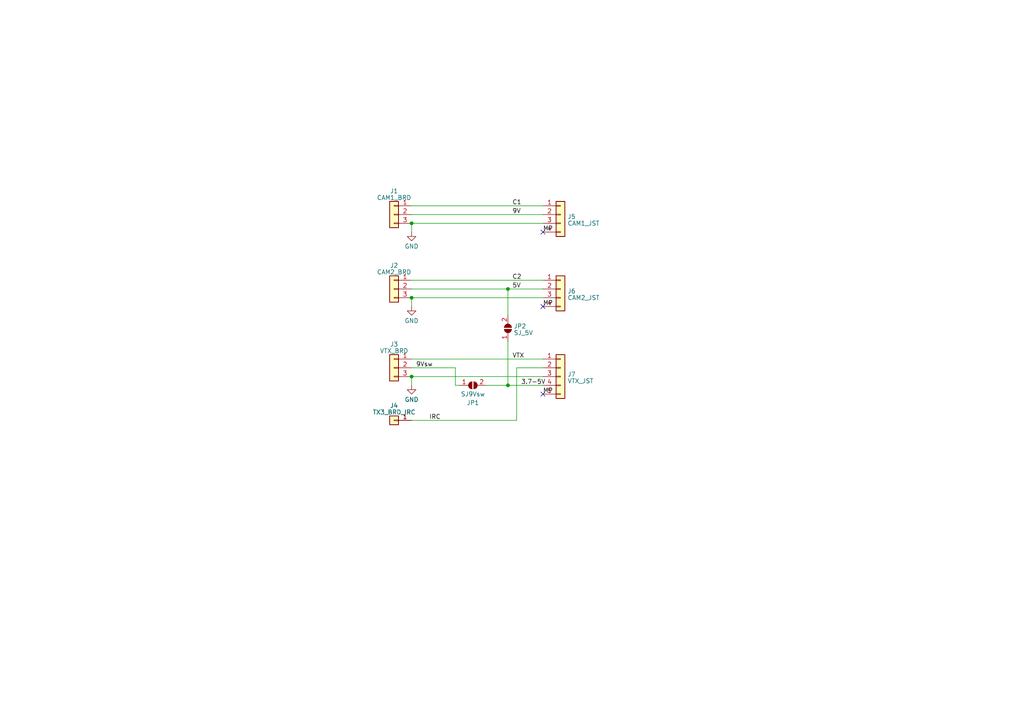
<source format=kicad_sch>
(kicad_sch (version 20230121) (generator eeschema)
  (paper "A4")
  (lib_symbols
    (symbol "Connector_Generic:Conn_01x01" (pin_names (offset 1.016) hide)
      (property "Reference" "J" (at 0 2.54 0))
      (property "Value" "Conn_01x01" (at 0 -2.54 0))
      (symbol "Conn_01x01_1_1"
        (rectangle (start -1.27 0.127) (end 0 -0.127) (stroke (width 0.1524)))
        (rectangle (start -1.27 1.27) (end 1.27 -1.27) (stroke (width 0.254)) (fill (type background)))
        (pin passive line (at -5.08 0 0) (length 3.81) (name "Pin_1") (number "1"))
      )
    )
    (symbol "Connector_Generic:Conn_01x03" (pin_names (offset 1.016) hide)
      (property "Reference" "J" (at 0 5.08 0))
      (property "Value" "Conn_01x03" (at 0 -5.08 0))
      (symbol "Conn_01x03_1_1"
        (rectangle (start -1.27 -2.413) (end 0 -2.667) (stroke (width 0.1524)))
        (rectangle (start -1.27 0.127) (end 0 -0.127) (stroke (width 0.1524)))
        (rectangle (start -1.27 2.667) (end 0 2.413) (stroke (width 0.1524)))
        (rectangle (start -1.27 3.81) (end 1.27 -3.81) (stroke (width 0.254)) (fill (type background)))
        (pin passive line (at -5.08 2.54 0) (length 3.81) (name "Pin_1") (number "1"))
        (pin passive line (at -5.08 0 0) (length 3.81) (name "Pin_2") (number "2"))
        (pin passive line (at -5.08 -2.54 0) (length 3.81) (name "Pin_3") (number "3"))
      )
    )
    (symbol "Connector_Generic:Conn_01x04" (pin_names (offset 1.016) hide)
      (property "Reference" "J" (at 0 5.08 0))
      (property "Value" "Conn_01x04" (at 0 -7.62 0))
      (symbol "Conn_01x04_1_1"
        (rectangle (start -1.27 -4.953) (end 0 -5.207) (stroke (width 0.1524)))
        (rectangle (start -1.27 -2.413) (end 0 -2.667) (stroke (width 0.1524)))
        (rectangle (start -1.27 0.127) (end 0 -0.127) (stroke (width 0.1524)))
        (rectangle (start -1.27 2.667) (end 0 2.413) (stroke (width 0.1524)))
        (rectangle (start -1.27 3.81) (end 1.27 -6.35) (stroke (width 0.254)) (fill (type background)))
        (pin passive line (at -5.08 2.54 0) (length 3.81) (name "Pin_1") (number "1"))
        (pin passive line (at -5.08 0 0) (length 3.81) (name "Pin_2") (number "2"))
        (pin passive line (at -5.08 -2.54 0) (length 3.81) (name "Pin_3") (number "3"))
        (pin passive line (at -5.08 -5.08 0) (length 3.81) (name "Pin_4") (number "4"))
      )
    )
    (symbol "Connector_Generic:Conn_01x05" (pin_names (offset 1.016) hide)
      (property "Reference" "J" (at 0 7.62 0))
      (property "Value" "Conn_01x05" (at 0 -7.62 0))
      (symbol "Conn_01x05_1_1"
        (rectangle (start -1.27 -4.953) (end 0 -5.207) (stroke (width 0.1524)))
        (rectangle (start -1.27 -2.413) (end 0 -2.667) (stroke (width 0.1524)))
        (rectangle (start -1.27 0.127) (end 0 -0.127) (stroke (width 0.1524)))
        (rectangle (start -1.27 2.667) (end 0 2.413) (stroke (width 0.1524)))
        (rectangle (start -1.27 5.207) (end 0 4.953) (stroke (width 0.1524)))
        (rectangle (start -1.27 6.35) (end 1.27 -6.35) (stroke (width 0.254)) (fill (type background)))
        (pin passive line (at -5.08 5.08 0) (length 3.81) (name "Pin_1") (number "1"))
        (pin passive line (at -5.08 2.54 0) (length 3.81) (name "Pin_2") (number "2"))
        (pin passive line (at -5.08 0 0) (length 3.81) (name "Pin_3") (number "3"))
        (pin passive line (at -5.08 -2.54 0) (length 3.81) (name "Pin_4") (number "4"))
        (pin passive line (at -5.08 -5.08 0) (length 3.81) (name "Pin_5") (number "5"))
      )
    )
    (symbol "Jumper:SolderJumper_2_Open" (pin_names (offset 0) hide)
      (property "Reference" "JP" (at 0 2.032 0))
      (property "Value" "SolderJumper_2_Open" (at 0 -2.54 0))
      (symbol "SolderJumper_2_Open_0_1"
        (arc (start -0.254 1.016) (mid -1.2656 0) (end -0.254 -1.016))
        (arc (start -0.254 1.016) (mid -1.2656 0) (end -0.254 -1.016) (fill (type outline)))
        (polyline (pts (xy -0.254 1.016) (xy -0.254 -1.016)))
        (polyline (pts (xy 0.254 1.016) (xy 0.254 -1.016)))
        (arc (start 0.254 -1.016) (mid 1.2656 0) (end 0.254 1.016))
        (arc (start 0.254 -1.016) (mid 1.2656 0) (end 0.254 1.016) (fill (type outline)))
      )
      (symbol "SolderJumper_2_Open_1_1"
        (pin passive line (at -3.81 0 0) (length 2.54) (name "A") (number "1"))
        (pin passive line (at 3.81 0 180) (length 2.54) (name "B") (number "2"))
      )
    )
    (symbol "power:GND" (power) (pin_names (offset 0))
      (property "Value" "GND" (at 0 -3.81 0))
      (symbol "GND_0_1"
        (polyline (pts (xy 0 0) (xy 0 -1.27) (xy 1.27 -1.27) (xy 0 -2.54) (xy -1.27 -1.27) (xy 0 -1.27)))
      )
      (symbol "GND_1_1"
        (pin power_in line (at 0 0 270) (length 0) hide (name "GND") (number "1"))
      )
    )
  )
  (junction (at 147.32 83.82))
  (junction (at 119.38 64.77))
  (junction (at 147.32 111.76))
  (junction (at 119.38 109.22))
  (junction (at 119.38 86.36))
  (no_connect (at 157.48 88.9))
  (no_connect (at 157.48 114.3))
  (no_connect (at 157.48 67.31))
  (wire (pts (xy 119.38 121.92) (xy 149.86 121.92)))
  (wire (pts (xy 119.38 86.36) (xy 157.48 86.36)))
  (wire (pts (xy 119.38 59.69) (xy 157.48 59.69)))
  (wire (pts (xy 119.38 81.28) (xy 157.48 81.28)))
  (wire (pts (xy 119.38 111.76) (xy 119.38 109.22)))
  (wire (pts (xy 119.38 104.14) (xy 157.48 104.14)))
  (wire (pts (xy 119.38 67.31) (xy 119.38 64.77)))
  (wire (pts (xy 119.38 62.23) (xy 157.48 62.23)))
  (wire (pts (xy 119.38 83.82) (xy 147.32 83.82)))
  (wire (pts (xy 132.08 106.68) (xy 119.38 106.68)))
  (wire (pts (xy 149.86 121.92) (xy 149.86 106.68)))
  (wire (pts (xy 119.38 64.77) (xy 157.48 64.77)))
  (wire (pts (xy 157.48 111.76) (xy 147.32 111.76)))
  (wire (pts (xy 147.32 83.82) (xy 157.48 83.82)))
  (wire (pts (xy 119.38 109.22) (xy 157.48 109.22)))
  (wire (pts (xy 147.32 91.44) (xy 147.32 83.82)))
  (wire (pts (xy 132.08 111.76) (xy 132.08 106.68)))
  (wire (pts (xy 149.86 106.68) (xy 157.48 106.68)))
  (wire (pts (xy 147.32 111.76) (xy 147.32 99.06)))
  (wire (pts (xy 132.08 111.76) (xy 133.35 111.76)))
  (wire (pts (xy 140.97 111.76) (xy 147.32 111.76)))
  (wire (pts (xy 119.38 88.9) (xy 119.38 86.36)))
  (label "C2" (at 148.59 81.28 0))
  (label "MP" (at 157.48 114.3 0))
  (label "IRC" (at 124.46 121.92 0))
  (label "9Vsw" (at 120.65 106.68 0))
  (label "MP" (at 157.48 88.9 0))
  (label "3.7-5V" (at 151.13 111.76 0))
  (label "MP" (at 157.48 67.31 0))
  (label "VTX" (at 148.59 104.14 0))
  (label "5V" (at 148.59 83.82 0))
  (label "C1" (at 148.59 59.69 0))
  (label "9V" (at 148.59 62.23 0))
  (symbol (lib_id "power:GND") (at 119.38 67.31 0) (unit 1)
    (property "Reference" "#PWR01" (effects hide))
    (property "Value" "GND" (at 119.38 71.4455 0))
  )
  (symbol (lib_id "Connector_Generic:Conn_01x04") (at 162.56 83.82 0) (unit 1)
    (property "Reference" "J6" (at 164.592 84.4463 0) (effects (justify left)))
    (property "Value" "CAM2_JST" (at 164.592 86.3673 0) (effects (justify left)))
    (instances (project "H743_WLITE_RC_GPS_CAM_TLM_Breakout" (path "" (reference "J6") (unit 1))) (project "H743_WLITE_Camera_Conn" (path "" (reference "J2") (unit 1))))
  )
  (symbol (lib_id "Connector_Generic:Conn_01x04") (at 162.56 62.23 0) (unit 1)
    (property "Reference" "J5" (at 164.592 62.8563 0) (effects (justify left)))
    (property "Value" "CAM1_JST" (at 164.592 64.7773 0) (effects (justify left)))
    (instances (project "H743_WLITE_RC_GPS_CAM_TLM_Breakout" (path "" (reference "J5") (unit 1))) (project "H743_WLITE_Camera_Conn" (path "" (reference "J1") (unit 1))))
  )
  (symbol (lib_id "Connector_Generic:Conn_01x03") (at 114.3 62.23 0) (mirror y) (unit 1)
    (property "Reference" "J1" (at 114.3 55.4101 0))
    (property "Value" "CAM1_BRD" (at 114.3 57.3311 0))
    (instances (project "H743_WLITE_RC_GPS_CAM_TLM_Breakout" (path "" (reference "J1") (unit 1))) (project "H743_WLITE_Camera_Conn" (path "" (reference "J3") (unit 1))))
  )
  (symbol (lib_id "power:GND") (at 119.38 88.9 0) (unit 1)
    (property "Reference" "#PWR02" (effects hide))
    (property "Value" "GND" (at 119.38 93.0355 0))
  )
  (symbol (lib_id "power:GND") (at 119.38 111.76 0) (unit 1)
    (property "Reference" "#PWR03" (effects hide))
    (property "Value" "GND" (at 119.38 115.8955 0))
  )
  (symbol (lib_id "Connector_Generic:Conn_01x01") (at 114.3 121.92 180) (unit 1)
    (property "Reference" "J4" (at 114.3 117.6401 0))
    (property "Value" "TX3_BRD_IRC" (at 114.3 119.5611 0))
    (instances (project "H743_WLITE_RC_GPS_CAM_TLM_Breakout" (path "" (reference "J4") (unit 1))) (project "H743_WLITE_Camera_Conn" (path "" (reference "J7") (unit 1))))
  )
  (symbol (lib_id "Connector_Generic:Conn_01x05") (at 162.56 109.22 0) (unit 1)
    (property "Reference" "J7" (at 164.592 108.5763 0) (effects (justify left)))
    (property "Value" "VTX_JST" (at 164.592 110.4973 0) (effects (justify left)))
    (instances (project "H743_WLITE_RC_GPS_CAM_TLM_Breakout" (path "" (reference "J7") (unit 1))) (project "H743_WLITE_Camera_Conn" (path "" (reference "J6") (unit 1))))
  )
  (symbol (lib_id "Jumper:SolderJumper_2_Open") (at 137.16 111.76 0) (mirror x) (unit 1)
    (property "Reference" "JP1" (at 137.16 116.84 0))
    (property "Value" "SJ9Vsw" (at 137.16 114.3 0))
  )
  (symbol (lib_id "Jumper:SolderJumper_2_Open") (at 147.32 95.25 90) (unit 1)
    (property "Reference" "JP2" (at 148.971 94.6063 90) (effects (justify right)))
    (property "Value" "SJ_5V" (at 148.971 96.5273 90) (effects (justify right)))
  )
  (symbol (lib_id "Connector_Generic:Conn_01x03") (at 114.3 83.82 0) (mirror y) (unit 1)
    (property "Reference" "J2" (at 114.3 77.0001 0))
    (property "Value" "CAM2_BRD" (at 114.3 78.9211 0))
    (instances (project "H743_WLITE_RC_GPS_CAM_TLM_Breakout" (path "" (reference "J2") (unit 1))) (project "H743_WLITE_Camera_Conn" (path "" (reference "J4") (unit 1))))
  )
  (symbol (lib_id "Connector_Generic:Conn_01x03") (at 114.3 106.68 0) (mirror y) (unit 1)
    (property "Reference" "J3" (at 114.3 99.8601 0))
    (property "Value" "VTX_BRD" (at 114.3 101.7811 0))
    (instances (project "H743_WLITE_RC_GPS_CAM_TLM_Breakout" (path "" (reference "J3") (unit 1))) (project "H743_WLITE_Camera_Conn" (path "" (reference "J5") (unit 1))))
  )
)
</source>
